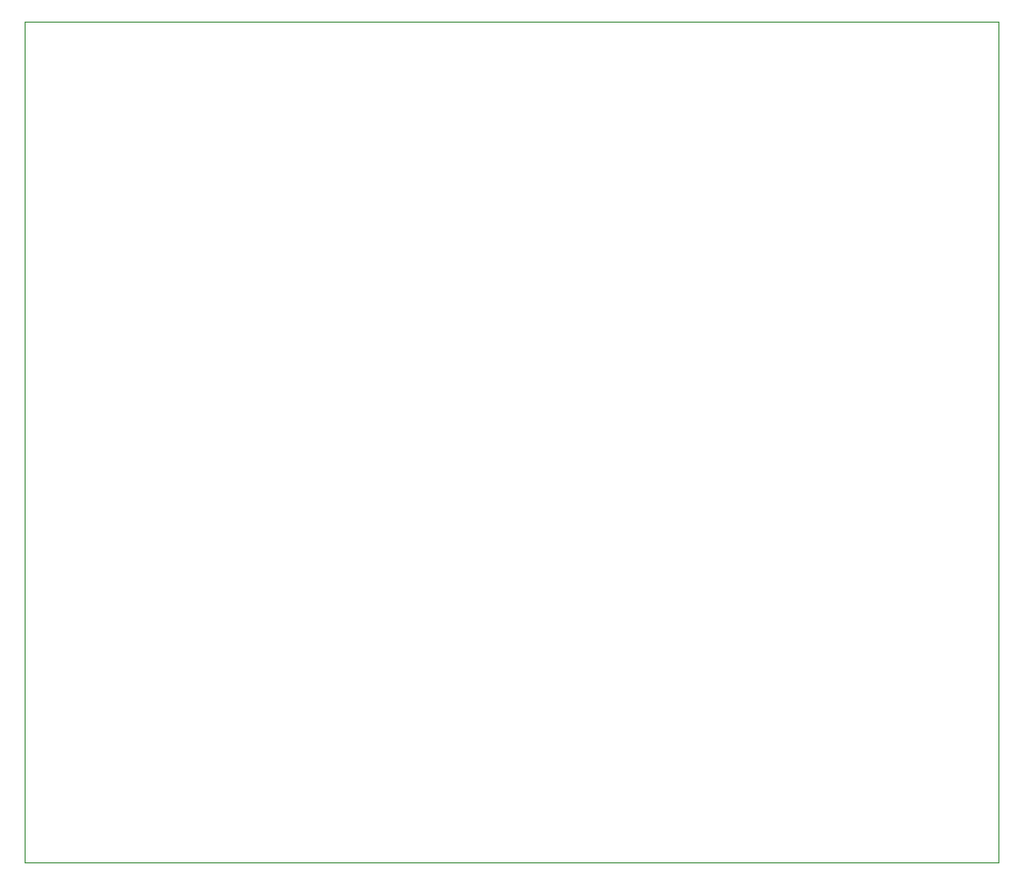
<source format=gbr>
%TF.GenerationSoftware,KiCad,Pcbnew,(5.1.6)-1*%
%TF.CreationDate,2021-03-02T08:43:42+01:00*%
%TF.ProjectId,BukaerakoErronkaV1,42756b61-6572-4616-9b6f-4572726f6e6b,rev?*%
%TF.SameCoordinates,Original*%
%TF.FileFunction,Profile,NP*%
%FSLAX46Y46*%
G04 Gerber Fmt 4.6, Leading zero omitted, Abs format (unit mm)*
G04 Created by KiCad (PCBNEW (5.1.6)-1) date 2021-03-02 08:43:42*
%MOMM*%
%LPD*%
G01*
G04 APERTURE LIST*
%TA.AperFunction,Profile*%
%ADD10C,0.100000*%
%TD*%
G04 APERTURE END LIST*
D10*
X160020000Y-77216000D02*
X160020000Y-149606000D01*
X76200000Y-77216000D02*
X160020000Y-77216000D01*
X76200000Y-149606000D02*
X76200000Y-77216000D01*
X160020000Y-149606000D02*
X76200000Y-149606000D01*
M02*

</source>
